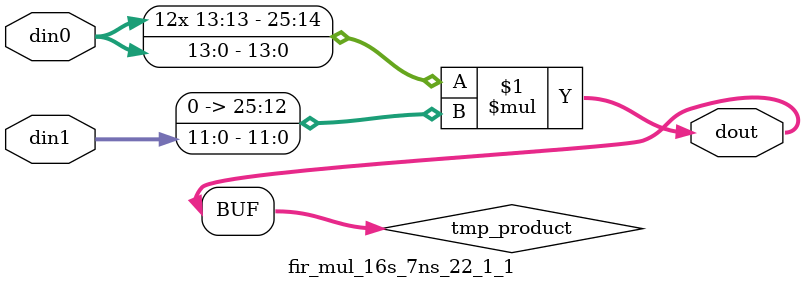
<source format=v>

`timescale 1 ns / 1 ps

  module fir_mul_16s_7ns_22_1_1(din0, din1, dout);
parameter ID = 1;
parameter NUM_STAGE = 0;
parameter din0_WIDTH = 14;
parameter din1_WIDTH = 12;
parameter dout_WIDTH = 26;

input [din0_WIDTH - 1 : 0] din0; 
input [din1_WIDTH - 1 : 0] din1; 
output [dout_WIDTH - 1 : 0] dout;

wire signed [dout_WIDTH - 1 : 0] tmp_product;












assign tmp_product = $signed(din0) * $signed({1'b0, din1});









assign dout = tmp_product;







endmodule

</source>
